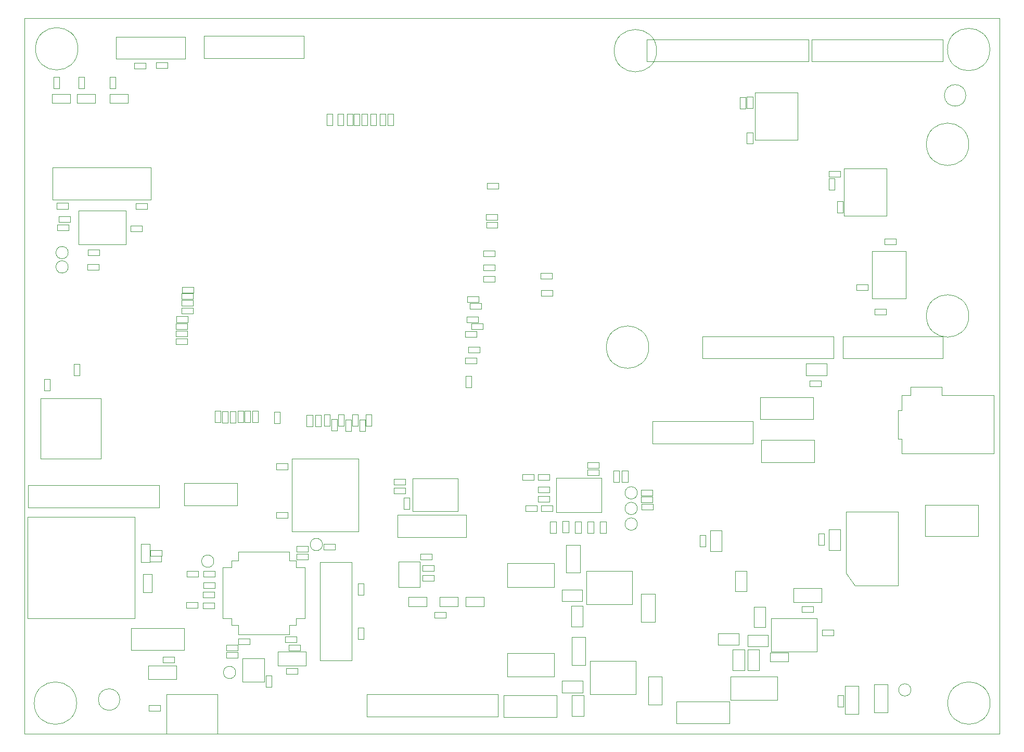
<source format=gbr>
G04 #@! TF.GenerationSoftware,KiCad,Pcbnew,5.1.6-c6e7f7d~87~ubuntu18.04.1*
G04 #@! TF.CreationDate,2020-08-07T17:50:15+05:30*
G04 #@! TF.ProjectId,Aardonyx,41617264-6f6e-4797-982e-6b696361645f,v1.0*
G04 #@! TF.SameCoordinates,Original*
G04 #@! TF.FileFunction,Other,User*
%FSLAX46Y46*%
G04 Gerber Fmt 4.6, Leading zero omitted, Abs format (unit mm)*
G04 Created by KiCad (PCBNEW 5.1.6-c6e7f7d~87~ubuntu18.04.1) date 2020-08-07 17:50:15*
%MOMM*%
%LPD*%
G01*
G04 APERTURE LIST*
G04 #@! TA.AperFunction,Profile*
%ADD10C,0.100000*%
G04 #@! TD*
%ADD11C,0.050000*%
G04 APERTURE END LIST*
D10*
X281706200Y-45680600D02*
X281706200Y-162210600D01*
X123106200Y-45680600D02*
X281706200Y-45680600D01*
X123106200Y-162210600D02*
X123106200Y-45680600D01*
X281706200Y-162210600D02*
X123106200Y-162210600D01*
D11*
X240218000Y-148512500D02*
X240218000Y-151872500D01*
X238318000Y-148512500D02*
X240218000Y-148512500D01*
X238318000Y-151872500D02*
X238318000Y-148512500D01*
X240218000Y-151872500D02*
X238318000Y-151872500D01*
X235937000Y-145862000D02*
X239297000Y-145862000D01*
X235937000Y-147762000D02*
X235937000Y-145862000D01*
X239297000Y-147762000D02*
X235937000Y-147762000D01*
X239297000Y-145862000D02*
X239297000Y-147762000D01*
X212029000Y-144760500D02*
X212029000Y-141400500D01*
X213929000Y-144760500D02*
X212029000Y-144760500D01*
X213929000Y-141400500D02*
X213929000Y-144760500D01*
X212029000Y-141400500D02*
X213929000Y-141400500D01*
X213848500Y-140650000D02*
X210488500Y-140650000D01*
X213848500Y-138750000D02*
X213848500Y-140650000D01*
X210488500Y-138750000D02*
X213848500Y-138750000D01*
X210488500Y-140650000D02*
X210488500Y-138750000D01*
X212156000Y-159335500D02*
X212156000Y-155975500D01*
X214056000Y-159335500D02*
X212156000Y-159335500D01*
X214056000Y-155975500D02*
X214056000Y-159335500D01*
X212156000Y-155975500D02*
X214056000Y-155975500D01*
X213897000Y-155509000D02*
X210537000Y-155509000D01*
X213897000Y-153609000D02*
X213897000Y-155509000D01*
X210537000Y-153609000D02*
X213897000Y-153609000D01*
X210537000Y-155509000D02*
X210537000Y-153609000D01*
X238699000Y-139045500D02*
X238699000Y-135685500D01*
X240599000Y-139045500D02*
X238699000Y-139045500D01*
X240599000Y-135685500D02*
X240599000Y-139045500D01*
X238699000Y-135685500D02*
X240599000Y-135685500D01*
X243647000Y-141527500D02*
X243647000Y-144887500D01*
X241747000Y-141527500D02*
X243647000Y-141527500D01*
X241747000Y-144887500D02*
X241747000Y-141527500D01*
X243647000Y-144887500D02*
X241747000Y-144887500D01*
X213464000Y-136008000D02*
X211224000Y-136008000D01*
X211224000Y-136008000D02*
X211224000Y-131448000D01*
X211224000Y-131448000D02*
X213464000Y-131448000D01*
X213464000Y-131448000D02*
X213464000Y-136008000D01*
X223416000Y-139455000D02*
X225656000Y-139455000D01*
X225656000Y-139455000D02*
X225656000Y-144015000D01*
X225656000Y-144015000D02*
X223416000Y-144015000D01*
X223416000Y-144015000D02*
X223416000Y-139455000D01*
X214353000Y-151000000D02*
X212113000Y-151000000D01*
X212113000Y-151000000D02*
X212113000Y-146440000D01*
X212113000Y-146440000D02*
X214353000Y-146440000D01*
X214353000Y-146440000D02*
X214353000Y-151000000D01*
X224559000Y-152917000D02*
X226799000Y-152917000D01*
X226799000Y-152917000D02*
X226799000Y-157477000D01*
X226799000Y-157477000D02*
X224559000Y-157477000D01*
X224559000Y-157477000D02*
X224559000Y-152917000D01*
X261312800Y-154181000D02*
X263552800Y-154181000D01*
X263552800Y-154181000D02*
X263552800Y-158741000D01*
X263552800Y-158741000D02*
X261312800Y-158741000D01*
X261312800Y-158741000D02*
X261312800Y-154181000D01*
X256563000Y-154435000D02*
X258803000Y-154435000D01*
X258803000Y-154435000D02*
X258803000Y-158995000D01*
X258803000Y-158995000D02*
X256563000Y-158995000D01*
X256563000Y-158995000D02*
X256563000Y-154435000D01*
X252774800Y-138529200D02*
X252774800Y-140769200D01*
X252774800Y-140769200D02*
X248214800Y-140769200D01*
X248214800Y-140769200D02*
X248214800Y-138529200D01*
X248214800Y-138529200D02*
X252774800Y-138529200D01*
X168853200Y-148841600D02*
X168853200Y-151081600D01*
X168853200Y-151081600D02*
X164293200Y-151081600D01*
X164293200Y-151081600D02*
X164293200Y-148841600D01*
X164293200Y-148841600D02*
X168853200Y-148841600D01*
X147760000Y-151080000D02*
X147760000Y-153320000D01*
X147760000Y-153320000D02*
X143200000Y-153320000D01*
X143200000Y-153320000D02*
X143200000Y-151080000D01*
X143200000Y-151080000D02*
X147760000Y-151080000D01*
X244392000Y-150463000D02*
X244392000Y-149003000D01*
X244392000Y-149003000D02*
X247352000Y-149003000D01*
X247352000Y-149003000D02*
X247352000Y-150463000D01*
X247352000Y-150463000D02*
X244392000Y-150463000D01*
X253594900Y-101970800D02*
X253594900Y-103870800D01*
X253594900Y-103870800D02*
X250234900Y-103870800D01*
X250234900Y-103870800D02*
X250234900Y-101970800D01*
X250234900Y-101970800D02*
X253594900Y-101970800D01*
X236535000Y-132490000D02*
X234635000Y-132490000D01*
X234635000Y-132490000D02*
X234635000Y-129130000D01*
X234635000Y-129130000D02*
X236535000Y-129130000D01*
X236535000Y-129130000D02*
X236535000Y-132490000D01*
X242631000Y-151872500D02*
X240731000Y-151872500D01*
X240731000Y-151872500D02*
X240731000Y-148512500D01*
X240731000Y-148512500D02*
X242631000Y-148512500D01*
X242631000Y-148512500D02*
X242631000Y-151872500D01*
X255839000Y-132284500D02*
X253939000Y-132284500D01*
X253939000Y-132284500D02*
X253939000Y-128924500D01*
X253939000Y-128924500D02*
X255839000Y-128924500D01*
X255839000Y-128924500D02*
X255839000Y-132284500D01*
X244074500Y-146116000D02*
X244074500Y-148016000D01*
X244074500Y-148016000D02*
X240714500Y-148016000D01*
X240714500Y-148016000D02*
X240714500Y-146116000D01*
X240714500Y-146116000D02*
X244074500Y-146116000D01*
X252669400Y-104711400D02*
X252669400Y-105651400D01*
X252669400Y-105651400D02*
X250809400Y-105651400D01*
X250809400Y-105651400D02*
X250809400Y-104711400D01*
X250809400Y-104711400D02*
X252669400Y-104711400D01*
X162344000Y-152740000D02*
X163284000Y-152740000D01*
X163284000Y-152740000D02*
X163284000Y-154600000D01*
X163284000Y-154600000D02*
X162344000Y-154600000D01*
X162344000Y-154600000D02*
X162344000Y-152740000D01*
X198188000Y-78605000D02*
X198188000Y-77665000D01*
X198188000Y-77665000D02*
X200048000Y-77665000D01*
X200048000Y-77665000D02*
X200048000Y-78605000D01*
X200048000Y-78605000D02*
X198188000Y-78605000D01*
X198211000Y-79875000D02*
X198211000Y-78935000D01*
X198211000Y-78935000D02*
X200071000Y-78935000D01*
X200071000Y-78935000D02*
X200071000Y-79875000D01*
X200071000Y-79875000D02*
X198211000Y-79875000D01*
X197772000Y-84531000D02*
X197772000Y-83591000D01*
X197772000Y-83591000D02*
X199632000Y-83591000D01*
X199632000Y-83591000D02*
X199632000Y-84531000D01*
X199632000Y-84531000D02*
X197772000Y-84531000D01*
X197747000Y-86761000D02*
X197747000Y-85821000D01*
X197747000Y-85821000D02*
X199607000Y-85821000D01*
X199607000Y-85821000D02*
X199607000Y-86761000D01*
X199607000Y-86761000D02*
X197747000Y-86761000D01*
X197717000Y-88621000D02*
X197717000Y-87681000D01*
X197717000Y-87681000D02*
X199577000Y-87681000D01*
X199577000Y-87681000D02*
X199577000Y-88621000D01*
X199577000Y-88621000D02*
X197717000Y-88621000D01*
X170421200Y-110347400D02*
X171361200Y-110347400D01*
X171361200Y-110347400D02*
X171361200Y-112207400D01*
X171361200Y-112207400D02*
X170421200Y-112207400D01*
X170421200Y-112207400D02*
X170421200Y-110347400D01*
X163672000Y-109791000D02*
X164612000Y-109791000D01*
X164612000Y-109791000D02*
X164612000Y-111651000D01*
X164612000Y-111651000D02*
X163672000Y-111651000D01*
X163672000Y-111651000D02*
X163672000Y-109791000D01*
X168998800Y-110316000D02*
X169938800Y-110316000D01*
X169938800Y-110316000D02*
X169938800Y-112176000D01*
X169938800Y-112176000D02*
X168998800Y-112176000D01*
X168998800Y-112176000D02*
X168998800Y-110316000D01*
X198302000Y-73511000D02*
X198302000Y-72571000D01*
X198302000Y-72571000D02*
X200162000Y-72571000D01*
X200162000Y-72571000D02*
X200162000Y-73511000D01*
X200162000Y-73511000D02*
X198302000Y-73511000D01*
X240442600Y-60456400D02*
X239502600Y-60456400D01*
X239502600Y-60456400D02*
X239502600Y-58596400D01*
X239502600Y-58596400D02*
X240442600Y-58596400D01*
X240442600Y-58596400D02*
X240442600Y-60456400D01*
X241566800Y-66157200D02*
X240626800Y-66157200D01*
X240626800Y-66157200D02*
X240626800Y-64297200D01*
X240626800Y-64297200D02*
X241566800Y-64297200D01*
X241566800Y-64297200D02*
X241566800Y-66157200D01*
X253987200Y-71764800D02*
X254927200Y-71764800D01*
X254927200Y-71764800D02*
X254927200Y-73624800D01*
X254927200Y-73624800D02*
X253987200Y-73624800D01*
X253987200Y-73624800D02*
X253987200Y-71764800D01*
X255282600Y-75498600D02*
X256222600Y-75498600D01*
X256222600Y-75498600D02*
X256222600Y-77358600D01*
X256222600Y-77358600D02*
X255282600Y-77358600D01*
X255282600Y-77358600D02*
X255282600Y-75498600D01*
X263025000Y-82580000D02*
X263025000Y-81640000D01*
X263025000Y-81640000D02*
X264885000Y-81640000D01*
X264885000Y-81640000D02*
X264885000Y-82580000D01*
X264885000Y-82580000D02*
X263025000Y-82580000D01*
X261452000Y-93992800D02*
X261452000Y-93052800D01*
X261452000Y-93052800D02*
X263312000Y-93052800D01*
X263312000Y-93052800D02*
X263312000Y-93992800D01*
X263312000Y-93992800D02*
X261452000Y-93992800D01*
X185722000Y-125626000D02*
X184782000Y-125626000D01*
X184782000Y-125626000D02*
X184782000Y-123766000D01*
X184782000Y-123766000D02*
X185722000Y-123766000D01*
X185722000Y-123766000D02*
X185722000Y-125626000D01*
X255435000Y-155938000D02*
X256375000Y-155938000D01*
X256375000Y-155938000D02*
X256375000Y-157798000D01*
X256375000Y-157798000D02*
X255435000Y-157798000D01*
X255435000Y-157798000D02*
X255435000Y-155938000D01*
X233896000Y-131717000D02*
X232956000Y-131717000D01*
X232956000Y-131717000D02*
X232956000Y-129857000D01*
X232956000Y-129857000D02*
X233896000Y-129857000D01*
X233896000Y-129857000D02*
X233896000Y-131717000D01*
X252866800Y-146215200D02*
X252866800Y-145275200D01*
X252866800Y-145275200D02*
X254726800Y-145275200D01*
X254726800Y-145275200D02*
X254726800Y-146215200D01*
X254726800Y-146215200D02*
X252866800Y-146215200D01*
X253200000Y-131463000D02*
X252260000Y-131463000D01*
X252260000Y-131463000D02*
X252260000Y-129603000D01*
X252260000Y-129603000D02*
X253200000Y-129603000D01*
X253200000Y-129603000D02*
X253200000Y-131463000D01*
X251424800Y-141465200D02*
X251424800Y-142405200D01*
X251424800Y-142405200D02*
X249564800Y-142405200D01*
X249564800Y-142405200D02*
X249564800Y-141465200D01*
X249564800Y-141465200D02*
X251424800Y-141465200D01*
X208905200Y-87160000D02*
X208905200Y-88100000D01*
X208905200Y-88100000D02*
X207045200Y-88100000D01*
X207045200Y-88100000D02*
X207045200Y-87160000D01*
X207045200Y-87160000D02*
X208905200Y-87160000D01*
X209034600Y-89954000D02*
X209034600Y-90894000D01*
X209034600Y-90894000D02*
X207174600Y-90894000D01*
X207174600Y-90894000D02*
X207174600Y-89954000D01*
X207174600Y-89954000D02*
X209034600Y-89954000D01*
X165463000Y-147282000D02*
X165463000Y-146342000D01*
X165463000Y-146342000D02*
X167323000Y-146342000D01*
X167323000Y-146342000D02*
X167323000Y-147282000D01*
X167323000Y-147282000D02*
X165463000Y-147282000D01*
X167912000Y-147739000D02*
X167912000Y-148679000D01*
X167912000Y-148679000D02*
X166052000Y-148679000D01*
X166052000Y-148679000D02*
X166052000Y-147739000D01*
X166052000Y-147739000D02*
X167912000Y-147739000D01*
X177330000Y-137754000D02*
X178270000Y-137754000D01*
X178270000Y-137754000D02*
X178270000Y-139614000D01*
X178270000Y-139614000D02*
X177330000Y-139614000D01*
X177330000Y-139614000D02*
X177330000Y-137754000D01*
X178270000Y-146830000D02*
X177330000Y-146830000D01*
X177330000Y-146830000D02*
X177330000Y-144970000D01*
X177330000Y-144970000D02*
X178270000Y-144970000D01*
X178270000Y-144970000D02*
X178270000Y-146830000D01*
X216525200Y-119189400D02*
X216525200Y-120129400D01*
X216525200Y-120129400D02*
X214665200Y-120129400D01*
X214665200Y-120129400D02*
X214665200Y-119189400D01*
X214665200Y-119189400D02*
X216525200Y-119189400D01*
X216522800Y-118046400D02*
X216522800Y-118986400D01*
X216522800Y-118986400D02*
X214662800Y-118986400D01*
X214662800Y-118986400D02*
X214662800Y-118046400D01*
X214662800Y-118046400D02*
X216522800Y-118046400D01*
X208622800Y-127644800D02*
X209562800Y-127644800D01*
X209562800Y-127644800D02*
X209562800Y-129504800D01*
X209562800Y-129504800D02*
X208622800Y-129504800D01*
X208622800Y-129504800D02*
X208622800Y-127644800D01*
X210654800Y-127621800D02*
X211594800Y-127621800D01*
X211594800Y-127621800D02*
X211594800Y-129481800D01*
X211594800Y-129481800D02*
X210654800Y-129481800D01*
X210654800Y-129481800D02*
X210654800Y-127621800D01*
X212686800Y-127644800D02*
X213626800Y-127644800D01*
X213626800Y-127644800D02*
X213626800Y-129504800D01*
X213626800Y-129504800D02*
X212686800Y-129504800D01*
X212686800Y-129504800D02*
X212686800Y-127644800D01*
X214718800Y-127667800D02*
X215658800Y-127667800D01*
X215658800Y-127667800D02*
X215658800Y-129527800D01*
X215658800Y-129527800D02*
X214718800Y-129527800D01*
X214718800Y-129527800D02*
X214718800Y-127667800D01*
X216750800Y-127667800D02*
X217690800Y-127667800D01*
X217690800Y-127667800D02*
X217690800Y-129527800D01*
X217690800Y-129527800D02*
X216750800Y-129527800D01*
X216750800Y-129527800D02*
X216750800Y-127667800D01*
X159703000Y-146723000D02*
X159703000Y-147663000D01*
X159703000Y-147663000D02*
X157843000Y-147663000D01*
X157843000Y-147663000D02*
X157843000Y-146723000D01*
X157843000Y-146723000D02*
X159703000Y-146723000D01*
X130139800Y-75806200D02*
X130139800Y-76746200D01*
X130139800Y-76746200D02*
X128279800Y-76746200D01*
X128279800Y-76746200D02*
X128279800Y-75806200D01*
X128279800Y-75806200D02*
X130139800Y-75806200D01*
X141155200Y-76797000D02*
X141155200Y-75857000D01*
X141155200Y-75857000D02*
X143015200Y-75857000D01*
X143015200Y-75857000D02*
X143015200Y-76797000D01*
X143015200Y-76797000D02*
X141155200Y-76797000D01*
X174155000Y-110218000D02*
X175095000Y-110218000D01*
X175095000Y-110218000D02*
X175095000Y-112078000D01*
X175095000Y-112078000D02*
X174155000Y-112078000D01*
X174155000Y-112078000D02*
X174155000Y-110218000D01*
X126281200Y-104464400D02*
X127221200Y-104464400D01*
X127221200Y-104464400D02*
X127221200Y-106324400D01*
X127221200Y-106324400D02*
X126281200Y-106324400D01*
X126281200Y-106324400D02*
X126281200Y-104464400D01*
X196614000Y-101003000D02*
X196614000Y-101943000D01*
X196614000Y-101943000D02*
X194754000Y-101943000D01*
X194754000Y-101943000D02*
X194754000Y-101003000D01*
X194754000Y-101003000D02*
X196614000Y-101003000D01*
X197122000Y-99225000D02*
X197122000Y-100165000D01*
X197122000Y-100165000D02*
X195262000Y-100165000D01*
X195262000Y-100165000D02*
X195262000Y-99225000D01*
X195262000Y-99225000D02*
X197122000Y-99225000D01*
X197630000Y-95415000D02*
X197630000Y-96355000D01*
X197630000Y-96355000D02*
X195770000Y-96355000D01*
X195770000Y-96355000D02*
X195770000Y-95415000D01*
X195770000Y-95415000D02*
X197630000Y-95415000D01*
X196614000Y-96685000D02*
X196614000Y-97625000D01*
X196614000Y-97625000D02*
X194754000Y-97625000D01*
X194754000Y-97625000D02*
X194754000Y-96685000D01*
X194754000Y-96685000D02*
X196614000Y-96685000D01*
X196868000Y-94272000D02*
X196868000Y-95212000D01*
X196868000Y-95212000D02*
X195008000Y-95212000D01*
X195008000Y-95212000D02*
X195008000Y-94272000D01*
X195008000Y-94272000D02*
X196868000Y-94272000D01*
X197399000Y-92113000D02*
X197399000Y-93053000D01*
X197399000Y-93053000D02*
X195539000Y-93053000D01*
X195539000Y-93053000D02*
X195539000Y-92113000D01*
X195539000Y-92113000D02*
X197399000Y-92113000D01*
X197018000Y-90970000D02*
X197018000Y-91910000D01*
X197018000Y-91910000D02*
X195158000Y-91910000D01*
X195158000Y-91910000D02*
X195158000Y-90970000D01*
X195158000Y-90970000D02*
X197018000Y-90970000D01*
X154957000Y-111503000D02*
X154017000Y-111503000D01*
X154017000Y-111503000D02*
X154017000Y-109643000D01*
X154017000Y-109643000D02*
X154957000Y-109643000D01*
X154957000Y-109643000D02*
X154957000Y-111503000D01*
X159855000Y-111496000D02*
X158915000Y-111496000D01*
X158915000Y-111496000D02*
X158915000Y-109636000D01*
X158915000Y-109636000D02*
X159855000Y-109636000D01*
X159855000Y-109636000D02*
X159855000Y-111496000D01*
X156172000Y-111586000D02*
X155232000Y-111586000D01*
X155232000Y-111586000D02*
X155232000Y-109726000D01*
X155232000Y-109726000D02*
X156172000Y-109726000D01*
X156172000Y-109726000D02*
X156172000Y-111586000D01*
X157412000Y-111561000D02*
X156472000Y-111561000D01*
X156472000Y-111561000D02*
X156472000Y-109701000D01*
X156472000Y-109701000D02*
X157412000Y-109701000D01*
X157412000Y-109701000D02*
X157412000Y-111561000D01*
X161065000Y-111506000D02*
X160125000Y-111506000D01*
X160125000Y-111506000D02*
X160125000Y-109646000D01*
X160125000Y-109646000D02*
X161065000Y-109646000D01*
X161065000Y-109646000D02*
X161065000Y-111506000D01*
X158715000Y-111501000D02*
X157775000Y-111501000D01*
X157775000Y-111501000D02*
X157775000Y-109641000D01*
X157775000Y-109641000D02*
X158715000Y-109641000D01*
X158715000Y-109641000D02*
X158715000Y-111501000D01*
X178905000Y-63160000D02*
X177965000Y-63160000D01*
X177965000Y-63160000D02*
X177965000Y-61300000D01*
X177965000Y-61300000D02*
X178905000Y-61300000D01*
X178905000Y-61300000D02*
X178905000Y-63160000D01*
X180302000Y-63160000D02*
X179362000Y-63160000D01*
X179362000Y-63160000D02*
X179362000Y-61300000D01*
X179362000Y-61300000D02*
X180302000Y-61300000D01*
X180302000Y-61300000D02*
X180302000Y-63160000D01*
X181826000Y-63160000D02*
X180886000Y-63160000D01*
X180886000Y-63160000D02*
X180886000Y-61300000D01*
X180886000Y-61300000D02*
X181826000Y-61300000D01*
X181826000Y-61300000D02*
X181826000Y-63160000D01*
X183096000Y-63160000D02*
X182156000Y-63160000D01*
X182156000Y-63160000D02*
X182156000Y-61300000D01*
X182156000Y-61300000D02*
X183096000Y-61300000D01*
X183096000Y-61300000D02*
X183096000Y-63160000D01*
X174968000Y-63137000D02*
X174028000Y-63137000D01*
X174028000Y-63137000D02*
X174028000Y-61277000D01*
X174028000Y-61277000D02*
X174968000Y-61277000D01*
X174968000Y-61277000D02*
X174968000Y-63137000D01*
X173190000Y-63160000D02*
X172250000Y-63160000D01*
X172250000Y-63160000D02*
X172250000Y-61300000D01*
X172250000Y-61300000D02*
X173190000Y-61300000D01*
X173190000Y-61300000D02*
X173190000Y-63160000D01*
X176492000Y-63160000D02*
X175552000Y-63160000D01*
X175552000Y-63160000D02*
X175552000Y-61300000D01*
X175552000Y-61300000D02*
X176492000Y-61300000D01*
X176492000Y-61300000D02*
X176492000Y-63160000D01*
X171820000Y-110227000D02*
X172760000Y-110227000D01*
X172760000Y-110227000D02*
X172760000Y-112087000D01*
X172760000Y-112087000D02*
X171820000Y-112087000D01*
X171820000Y-112087000D02*
X171820000Y-110227000D01*
X173012000Y-110957000D02*
X173952000Y-110957000D01*
X173952000Y-110957000D02*
X173952000Y-112817000D01*
X173952000Y-112817000D02*
X173012000Y-112817000D01*
X173012000Y-112817000D02*
X173012000Y-110957000D01*
X175298000Y-111107000D02*
X176238000Y-111107000D01*
X176238000Y-111107000D02*
X176238000Y-112967000D01*
X176238000Y-112967000D02*
X175298000Y-112967000D01*
X175298000Y-112967000D02*
X175298000Y-111107000D01*
X176441000Y-110227000D02*
X177381000Y-110227000D01*
X177381000Y-110227000D02*
X177381000Y-112087000D01*
X177381000Y-112087000D02*
X176441000Y-112087000D01*
X176441000Y-112087000D02*
X176441000Y-110227000D01*
X177584000Y-111107000D02*
X178524000Y-111107000D01*
X178524000Y-111107000D02*
X178524000Y-112967000D01*
X178524000Y-112967000D02*
X177584000Y-112967000D01*
X177584000Y-112967000D02*
X177584000Y-111107000D01*
X178600000Y-110227000D02*
X179540000Y-110227000D01*
X179540000Y-110227000D02*
X179540000Y-112087000D01*
X179540000Y-112087000D02*
X178600000Y-112087000D01*
X178600000Y-112087000D02*
X178600000Y-110227000D01*
X150512000Y-91621000D02*
X150512000Y-92561000D01*
X150512000Y-92561000D02*
X148652000Y-92561000D01*
X148652000Y-92561000D02*
X148652000Y-91621000D01*
X148652000Y-91621000D02*
X150512000Y-91621000D01*
X150502000Y-92901000D02*
X150502000Y-93841000D01*
X150502000Y-93841000D02*
X148642000Y-93841000D01*
X148642000Y-93841000D02*
X148642000Y-92901000D01*
X148642000Y-92901000D02*
X150502000Y-92901000D01*
X150552000Y-89511000D02*
X150552000Y-90451000D01*
X150552000Y-90451000D02*
X148692000Y-90451000D01*
X148692000Y-90451000D02*
X148692000Y-89511000D01*
X148692000Y-89511000D02*
X150552000Y-89511000D01*
X150512000Y-90531000D02*
X150512000Y-91471000D01*
X150512000Y-91471000D02*
X148652000Y-91471000D01*
X148652000Y-91471000D02*
X148652000Y-90531000D01*
X148652000Y-90531000D02*
X150512000Y-90531000D01*
X149613000Y-94264000D02*
X149613000Y-95204000D01*
X149613000Y-95204000D02*
X147753000Y-95204000D01*
X147753000Y-95204000D02*
X147753000Y-94264000D01*
X147753000Y-94264000D02*
X149613000Y-94264000D01*
X149558000Y-95414000D02*
X149558000Y-96354000D01*
X149558000Y-96354000D02*
X147698000Y-96354000D01*
X147698000Y-96354000D02*
X147698000Y-95414000D01*
X147698000Y-95414000D02*
X149558000Y-95414000D01*
X149578000Y-96594000D02*
X149578000Y-97534000D01*
X149578000Y-97534000D02*
X147718000Y-97534000D01*
X147718000Y-97534000D02*
X147718000Y-96594000D01*
X147718000Y-96594000D02*
X149578000Y-96594000D01*
X149528000Y-97884000D02*
X149528000Y-98824000D01*
X149528000Y-98824000D02*
X147668000Y-98824000D01*
X147668000Y-98824000D02*
X147668000Y-97884000D01*
X147668000Y-97884000D02*
X149528000Y-97884000D01*
X157752000Y-147739000D02*
X157752000Y-148679000D01*
X157752000Y-148679000D02*
X155892000Y-148679000D01*
X155892000Y-148679000D02*
X155892000Y-147739000D01*
X155892000Y-147739000D02*
X157752000Y-147739000D01*
X155915000Y-149822000D02*
X155915000Y-148882000D01*
X155915000Y-148882000D02*
X157775000Y-148882000D01*
X157775000Y-148882000D02*
X157775000Y-149822000D01*
X157775000Y-149822000D02*
X155915000Y-149822000D01*
X167345000Y-133845400D02*
X167345000Y-132905400D01*
X167345000Y-132905400D02*
X169205000Y-132905400D01*
X169205000Y-132905400D02*
X169205000Y-133845400D01*
X169205000Y-133845400D02*
X167345000Y-133845400D01*
X132042000Y-103850800D02*
X131102000Y-103850800D01*
X131102000Y-103850800D02*
X131102000Y-101990800D01*
X131102000Y-101990800D02*
X132042000Y-101990800D01*
X132042000Y-101990800D02*
X132042000Y-103850800D01*
X127826000Y-55321200D02*
X128766000Y-55321200D01*
X128766000Y-55321200D02*
X128766000Y-57181200D01*
X128766000Y-57181200D02*
X127826000Y-57181200D01*
X127826000Y-57181200D02*
X127826000Y-55321200D01*
X131890000Y-55321200D02*
X132830000Y-55321200D01*
X132830000Y-55321200D02*
X132830000Y-57181200D01*
X132830000Y-57181200D02*
X131890000Y-57181200D01*
X131890000Y-57181200D02*
X131890000Y-55321200D01*
X136970000Y-55321200D02*
X137910000Y-55321200D01*
X137910000Y-55321200D02*
X137910000Y-57181200D01*
X137910000Y-57181200D02*
X136970000Y-57181200D01*
X136970000Y-57181200D02*
X136970000Y-55321200D01*
X145363000Y-133278000D02*
X145363000Y-134218000D01*
X145363000Y-134218000D02*
X143503000Y-134218000D01*
X143503000Y-134218000D02*
X143503000Y-133278000D01*
X143503000Y-133278000D02*
X145363000Y-133278000D01*
X145390000Y-132290000D02*
X145390000Y-133230000D01*
X145390000Y-133230000D02*
X143530000Y-133230000D01*
X143530000Y-133230000D02*
X143530000Y-132290000D01*
X143530000Y-132290000D02*
X145390000Y-132290000D01*
X241558600Y-60399000D02*
X240618600Y-60399000D01*
X240618600Y-60399000D02*
X240618600Y-58539000D01*
X240618600Y-58539000D02*
X241558600Y-58539000D01*
X241558600Y-58539000D02*
X241558600Y-60399000D01*
X133334400Y-86677600D02*
X133334400Y-85737600D01*
X133334400Y-85737600D02*
X135194400Y-85737600D01*
X135194400Y-85737600D02*
X135194400Y-86677600D01*
X135194400Y-86677600D02*
X133334400Y-86677600D01*
X133385200Y-84340800D02*
X133385200Y-83400800D01*
X133385200Y-83400800D02*
X135245200Y-83400800D01*
X135245200Y-83400800D02*
X135245200Y-84340800D01*
X135245200Y-84340800D02*
X133385200Y-84340800D01*
X142232600Y-79489200D02*
X142232600Y-80429200D01*
X142232600Y-80429200D02*
X140372600Y-80429200D01*
X140372600Y-80429200D02*
X140372600Y-79489200D01*
X140372600Y-79489200D02*
X142232600Y-79489200D01*
X128406800Y-80226000D02*
X128406800Y-79286000D01*
X128406800Y-79286000D02*
X130266800Y-79286000D01*
X130266800Y-79286000D02*
X130266800Y-80226000D01*
X130266800Y-80226000D02*
X128406800Y-80226000D01*
X146319600Y-52870000D02*
X146319600Y-53810000D01*
X146319600Y-53810000D02*
X144459600Y-53810000D01*
X144459600Y-53810000D02*
X144459600Y-52870000D01*
X144459600Y-52870000D02*
X146319600Y-52870000D01*
X140903600Y-53911600D02*
X140903600Y-52971600D01*
X140903600Y-52971600D02*
X142763600Y-52971600D01*
X142763600Y-52971600D02*
X142763600Y-53911600D01*
X142763600Y-53911600D02*
X140903600Y-53911600D01*
X151298000Y-140754000D02*
X151298000Y-141694000D01*
X151298000Y-141694000D02*
X149438000Y-141694000D01*
X149438000Y-141694000D02*
X149438000Y-140754000D01*
X149438000Y-140754000D02*
X151298000Y-140754000D01*
X153965000Y-140870000D02*
X153965000Y-141810000D01*
X153965000Y-141810000D02*
X152105000Y-141810000D01*
X152105000Y-141810000D02*
X152105000Y-140870000D01*
X152105000Y-140870000D02*
X153965000Y-140870000D01*
X151320000Y-135710000D02*
X151320000Y-136650000D01*
X151320000Y-136650000D02*
X149460000Y-136650000D01*
X149460000Y-136650000D02*
X149460000Y-135710000D01*
X149460000Y-135710000D02*
X151320000Y-135710000D01*
X154040000Y-135710000D02*
X154040000Y-136650000D01*
X154040000Y-136650000D02*
X152180000Y-136650000D01*
X152180000Y-136650000D02*
X152180000Y-135710000D01*
X152180000Y-135710000D02*
X154040000Y-135710000D01*
X153980000Y-139100000D02*
X153980000Y-140040000D01*
X153980000Y-140040000D02*
X152120000Y-140040000D01*
X152120000Y-140040000D02*
X152120000Y-139100000D01*
X152120000Y-139100000D02*
X153980000Y-139100000D01*
X154040000Y-137570000D02*
X154040000Y-138510000D01*
X154040000Y-138510000D02*
X152180000Y-138510000D01*
X152180000Y-138510000D02*
X152180000Y-137570000D01*
X152180000Y-137570000D02*
X154040000Y-137570000D01*
X167345000Y-132575400D02*
X167345000Y-131635400D01*
X167345000Y-131635400D02*
X169205000Y-131635400D01*
X169205000Y-131635400D02*
X169205000Y-132575400D01*
X169205000Y-132575400D02*
X167345000Y-132575400D01*
X189702800Y-136359800D02*
X189702800Y-137299800D01*
X189702800Y-137299800D02*
X187842800Y-137299800D01*
X187842800Y-137299800D02*
X187842800Y-136359800D01*
X187842800Y-136359800D02*
X189702800Y-136359800D01*
X189824000Y-143345000D02*
X189824000Y-142405000D01*
X189824000Y-142405000D02*
X191684000Y-142405000D01*
X191684000Y-142405000D02*
X191684000Y-143345000D01*
X191684000Y-143345000D02*
X189824000Y-143345000D01*
X164070800Y-127089000D02*
X164070800Y-126149000D01*
X164070800Y-126149000D02*
X165930800Y-126149000D01*
X165930800Y-126149000D02*
X165930800Y-127089000D01*
X165930800Y-127089000D02*
X164070800Y-127089000D01*
X183207000Y-121631000D02*
X183207000Y-120691000D01*
X183207000Y-120691000D02*
X185067000Y-120691000D01*
X185067000Y-120691000D02*
X185067000Y-121631000D01*
X185067000Y-121631000D02*
X183207000Y-121631000D01*
X183194600Y-123101200D02*
X183194600Y-122161200D01*
X183194600Y-122161200D02*
X185054600Y-122161200D01*
X185054600Y-122161200D02*
X185054600Y-123101200D01*
X185054600Y-123101200D02*
X183194600Y-123101200D01*
X260312400Y-89065000D02*
X260312400Y-90005000D01*
X260312400Y-90005000D02*
X258452400Y-90005000D01*
X258452400Y-90005000D02*
X258452400Y-89065000D01*
X258452400Y-89065000D02*
X260312400Y-89065000D01*
X204075800Y-120916800D02*
X204075800Y-119976800D01*
X204075800Y-119976800D02*
X205935800Y-119976800D01*
X205935800Y-119976800D02*
X205935800Y-120916800D01*
X205935800Y-120916800D02*
X204075800Y-120916800D01*
X206661800Y-120916800D02*
X206661800Y-119976800D01*
X206661800Y-119976800D02*
X208521800Y-119976800D01*
X208521800Y-119976800D02*
X208521800Y-120916800D01*
X208521800Y-120916800D02*
X206661800Y-120916800D01*
X206661800Y-124472800D02*
X206661800Y-123532800D01*
X206661800Y-123532800D02*
X208521800Y-123532800D01*
X208521800Y-123532800D02*
X208521800Y-124472800D01*
X208521800Y-124472800D02*
X206661800Y-124472800D01*
X208498800Y-122008800D02*
X208498800Y-122948800D01*
X208498800Y-122948800D02*
X206638800Y-122948800D01*
X206638800Y-122948800D02*
X206638800Y-122008800D01*
X206638800Y-122008800D02*
X208498800Y-122008800D01*
X204606800Y-125996800D02*
X204606800Y-125056800D01*
X204606800Y-125056800D02*
X206466800Y-125056800D01*
X206466800Y-125056800D02*
X206466800Y-125996800D01*
X206466800Y-125996800D02*
X204606800Y-125996800D01*
X207169800Y-125996800D02*
X207169800Y-125056800D01*
X207169800Y-125056800D02*
X209029800Y-125056800D01*
X209029800Y-125056800D02*
X209029800Y-125996800D01*
X209029800Y-125996800D02*
X207169800Y-125996800D01*
X218935200Y-119389800D02*
X219875200Y-119389800D01*
X219875200Y-119389800D02*
X219875200Y-121249800D01*
X219875200Y-121249800D02*
X218935200Y-121249800D01*
X218935200Y-121249800D02*
X218935200Y-119389800D01*
X220306800Y-119339000D02*
X221246800Y-119339000D01*
X221246800Y-119339000D02*
X221246800Y-121199000D01*
X221246800Y-121199000D02*
X220306800Y-121199000D01*
X220306800Y-121199000D02*
X220306800Y-119339000D01*
X225285800Y-122516800D02*
X225285800Y-123456800D01*
X225285800Y-123456800D02*
X223425800Y-123456800D01*
X223425800Y-123456800D02*
X223425800Y-122516800D01*
X223425800Y-122516800D02*
X225285800Y-122516800D01*
X225288200Y-123609000D02*
X225288200Y-124549000D01*
X225288200Y-124549000D02*
X223428200Y-124549000D01*
X223428200Y-124549000D02*
X223428200Y-123609000D01*
X223428200Y-123609000D02*
X225288200Y-123609000D01*
X225313600Y-124777400D02*
X225313600Y-125717400D01*
X225313600Y-125717400D02*
X223453600Y-125717400D01*
X223453600Y-125717400D02*
X223453600Y-124777400D01*
X223453600Y-124777400D02*
X225313600Y-124777400D01*
X189321800Y-132880000D02*
X189321800Y-133820000D01*
X189321800Y-133820000D02*
X187461800Y-133820000D01*
X187461800Y-133820000D02*
X187461800Y-132880000D01*
X187461800Y-132880000D02*
X189321800Y-132880000D01*
X187842800Y-135725000D02*
X187842800Y-134785000D01*
X187842800Y-134785000D02*
X189702800Y-134785000D01*
X189702800Y-134785000D02*
X189702800Y-135725000D01*
X189702800Y-135725000D02*
X187842800Y-135725000D01*
X165880000Y-118224200D02*
X165880000Y-119164200D01*
X165880000Y-119164200D02*
X164020000Y-119164200D01*
X164020000Y-119164200D02*
X164020000Y-118224200D01*
X164020000Y-118224200D02*
X165880000Y-118224200D01*
X253984400Y-71564600D02*
X253984400Y-70624600D01*
X253984400Y-70624600D02*
X255844400Y-70624600D01*
X255844400Y-70624600D02*
X255844400Y-71564600D01*
X255844400Y-71564600D02*
X253984400Y-71564600D01*
X195796000Y-105832000D02*
X194856000Y-105832000D01*
X194856000Y-105832000D02*
X194856000Y-103972000D01*
X194856000Y-103972000D02*
X195796000Y-103972000D01*
X195796000Y-103972000D02*
X195796000Y-105832000D01*
X177635000Y-63137000D02*
X176695000Y-63137000D01*
X176695000Y-63137000D02*
X176695000Y-61277000D01*
X176695000Y-61277000D02*
X177635000Y-61277000D01*
X177635000Y-61277000D02*
X177635000Y-63137000D01*
X128637800Y-78930600D02*
X128637800Y-77990600D01*
X128637800Y-77990600D02*
X130497800Y-77990600D01*
X130497800Y-77990600D02*
X130497800Y-78930600D01*
X130497800Y-78930600D02*
X128637800Y-78930600D01*
X143636000Y-75244000D02*
X143636000Y-70044000D01*
X143636000Y-70044000D02*
X127636000Y-70044000D01*
X127636000Y-70044000D02*
X127636000Y-75244000D01*
X127636000Y-75244000D02*
X143636000Y-75244000D01*
X171136000Y-150240000D02*
X176336000Y-150240000D01*
X176336000Y-150240000D02*
X176336000Y-134240000D01*
X176336000Y-134240000D02*
X171136000Y-134240000D01*
X171136000Y-134240000D02*
X171136000Y-150240000D01*
X256735000Y-136055000D02*
X258165000Y-138065000D01*
X258165000Y-138065000D02*
X265235000Y-138055000D01*
X256735000Y-136055000D02*
X256735000Y-126055000D01*
X256735000Y-126055000D02*
X265235000Y-126055000D01*
X265235000Y-126055000D02*
X265235000Y-138055000D01*
X278299600Y-130048000D02*
X269634600Y-130037840D01*
X278299600Y-130048000D02*
X278297640Y-124968000D01*
X269646400Y-124957840D02*
X269634600Y-130037840D01*
X269646400Y-124957840D02*
X278297640Y-124968000D01*
X183747000Y-126597000D02*
X183747000Y-130197000D01*
X194947000Y-126597000D02*
X183747000Y-126597000D01*
X194947000Y-130197000D02*
X194947000Y-126597000D01*
X183747000Y-130197000D02*
X194947000Y-130197000D01*
X265216200Y-114170600D02*
X265816200Y-114170600D01*
X265216200Y-109570600D02*
X265216200Y-114170600D01*
X265816200Y-109570600D02*
X265216200Y-109570600D01*
X265816200Y-109570600D02*
X265816200Y-107070600D01*
X265816200Y-116570600D02*
X265816200Y-114170600D01*
X280766200Y-116570600D02*
X265816200Y-116570600D01*
X280766200Y-107070600D02*
X280766200Y-116570600D01*
X272316200Y-107070600D02*
X280766200Y-107070600D01*
X272316200Y-105720600D02*
X272316200Y-107070600D01*
X267216200Y-105720600D02*
X272316200Y-105720600D01*
X267216200Y-107070600D02*
X267216200Y-105720600D01*
X265816200Y-107070600D02*
X267216200Y-107070600D01*
X224658600Y-99263200D02*
G75*
G03*
X224658600Y-99263200I-3450000J0D01*
G01*
X214519200Y-141130800D02*
X221919200Y-141130800D01*
X214519200Y-135730800D02*
X214519200Y-141130800D01*
X221919200Y-135730800D02*
X214519200Y-135730800D01*
X221919200Y-141130800D02*
X221919200Y-135730800D01*
X215139000Y-155758200D02*
X222539000Y-155758200D01*
X215139000Y-150358200D02*
X215139000Y-155758200D01*
X222539000Y-150358200D02*
X215139000Y-150358200D01*
X222539000Y-155758200D02*
X222539000Y-150358200D01*
X241914800Y-57821200D02*
X241914800Y-65521200D01*
X248914800Y-57821200D02*
X241914800Y-57821200D01*
X248914800Y-65521200D02*
X248914800Y-57821200D01*
X241914800Y-65521200D02*
X248914800Y-65521200D01*
X256378400Y-70198700D02*
X256378400Y-77898700D01*
X263378400Y-70198700D02*
X256378400Y-70198700D01*
X263378400Y-77898700D02*
X263378400Y-70198700D01*
X256378400Y-77898700D02*
X263378400Y-77898700D01*
X261005000Y-83635000D02*
X261005000Y-91335000D01*
X266505000Y-83635000D02*
X261005000Y-83635000D01*
X266505000Y-91335000D02*
X266505000Y-83635000D01*
X261005000Y-91335000D02*
X266505000Y-91335000D01*
X193616800Y-126017200D02*
X193616800Y-120617200D01*
X193616800Y-120617200D02*
X186216800Y-120617200D01*
X186216800Y-120617200D02*
X186216800Y-126017200D01*
X186216800Y-126017200D02*
X193616800Y-126017200D01*
X251973800Y-143426200D02*
X244573800Y-143426200D01*
X251973800Y-148826200D02*
X251973800Y-143426200D01*
X244573800Y-148826200D02*
X251973800Y-148826200D01*
X244573800Y-143426200D02*
X244573800Y-148826200D01*
X131836800Y-77006000D02*
X131836800Y-82506000D01*
X131836800Y-82506000D02*
X139536800Y-82506000D01*
X139536800Y-82506000D02*
X139536800Y-77006000D01*
X139536800Y-77006000D02*
X131836800Y-77006000D01*
X125671200Y-117446400D02*
X135471200Y-117446400D01*
X125671200Y-107596400D02*
X125671200Y-117446400D01*
X135471200Y-107596400D02*
X125671200Y-107596400D01*
X135471200Y-117446400D02*
X135471200Y-107596400D01*
X183974000Y-138321000D02*
X183974000Y-134221000D01*
X183974000Y-138321000D02*
X187374000Y-138321000D01*
X187374000Y-134221000D02*
X183974000Y-134221000D01*
X187374000Y-134221000D02*
X187374000Y-138321000D01*
X209250800Y-138318000D02*
X201610800Y-138318000D01*
X209250800Y-134478000D02*
X209250800Y-138318000D01*
X201610800Y-134478000D02*
X209250800Y-134478000D01*
X201610800Y-138318000D02*
X201610800Y-134478000D01*
X209285000Y-152923000D02*
X201645000Y-152923000D01*
X209285000Y-149083000D02*
X209285000Y-152923000D01*
X201645000Y-149083000D02*
X209285000Y-149083000D01*
X201645000Y-152923000D02*
X201645000Y-149083000D01*
X242929000Y-114405000D02*
X242929000Y-118005000D01*
X251579000Y-114405000D02*
X242929000Y-114405000D01*
X251579000Y-118005000D02*
X251579000Y-114405000D01*
X242929000Y-118005000D02*
X251579000Y-118005000D01*
X140440000Y-145012000D02*
X140440000Y-148612000D01*
X149090000Y-145012000D02*
X140440000Y-145012000D01*
X149090000Y-148612000D02*
X149090000Y-145012000D01*
X140440000Y-148612000D02*
X149090000Y-148612000D01*
X154460000Y-162210000D02*
X146190000Y-162210000D01*
X154460000Y-162210000D02*
X154460000Y-155750000D01*
X146190000Y-155750000D02*
X146190000Y-162210000D01*
X146190000Y-155750000D02*
X154460000Y-155750000D01*
X272540000Y-49200000D02*
X272540000Y-52750000D01*
X272540000Y-52750000D02*
X251190000Y-52750000D01*
X251190000Y-52750000D02*
X251190000Y-49200000D01*
X251190000Y-49200000D02*
X272540000Y-49200000D01*
X224296000Y-49200000D02*
X250696000Y-49200000D01*
X224296000Y-52750000D02*
X224296000Y-49200000D01*
X250696000Y-52750000D02*
X224296000Y-52750000D01*
X250696000Y-49200000D02*
X250696000Y-52750000D01*
X272488600Y-101063200D02*
X256238600Y-101063200D01*
X272488600Y-97513200D02*
X272488600Y-101063200D01*
X256238600Y-97513200D02*
X272488600Y-97513200D01*
X256238600Y-101063200D02*
X256238600Y-97513200D01*
X254728600Y-101063200D02*
X233378600Y-101063200D01*
X254728600Y-97513200D02*
X254728600Y-101063200D01*
X233378600Y-97513200D02*
X254728600Y-97513200D01*
X233378600Y-101063200D02*
X233378600Y-97513200D01*
X242802000Y-107420000D02*
X242802000Y-111020000D01*
X251452000Y-107420000D02*
X242802000Y-107420000D01*
X251452000Y-111020000D02*
X251452000Y-107420000D01*
X242802000Y-111020000D02*
X251452000Y-111020000D01*
X178794000Y-155807000D02*
X178794000Y-159407000D01*
X200144000Y-155807000D02*
X178794000Y-155807000D01*
X200144000Y-159407000D02*
X200144000Y-155807000D01*
X178794000Y-159407000D02*
X200144000Y-159407000D01*
X201019000Y-155934000D02*
X201019000Y-159534000D01*
X209669000Y-155934000D02*
X201019000Y-155934000D01*
X209669000Y-159534000D02*
X209669000Y-155934000D01*
X201019000Y-159534000D02*
X209669000Y-159534000D01*
X229162200Y-156924600D02*
X229162200Y-160524600D01*
X237812200Y-156924600D02*
X229162200Y-156924600D01*
X237812200Y-160524600D02*
X237812200Y-156924600D01*
X229162200Y-160524600D02*
X237812200Y-160524600D01*
X138001600Y-48740000D02*
X138001600Y-52340000D01*
X149201600Y-48740000D02*
X138001600Y-48740000D01*
X149201600Y-52340000D02*
X149201600Y-48740000D01*
X138001600Y-52340000D02*
X149201600Y-52340000D01*
X149050600Y-121415400D02*
X149050600Y-125015400D01*
X157700600Y-121415400D02*
X149050600Y-121415400D01*
X157700600Y-125015400D02*
X157700600Y-121415400D01*
X149050600Y-125015400D02*
X157700600Y-125015400D01*
X123679200Y-121766400D02*
X123679200Y-125366400D01*
X145029200Y-121766400D02*
X123679200Y-121766400D01*
X145029200Y-125366400D02*
X145029200Y-121766400D01*
X123679200Y-125366400D02*
X145029200Y-125366400D01*
X173573800Y-132219800D02*
X171713800Y-132219800D01*
X173573800Y-131279800D02*
X173573800Y-132219800D01*
X171713800Y-131279800D02*
X173573800Y-131279800D01*
X171713800Y-132219800D02*
X171713800Y-131279800D01*
X165694000Y-151549000D02*
X167554000Y-151549000D01*
X165694000Y-152489000D02*
X165694000Y-151549000D01*
X167554000Y-152489000D02*
X165694000Y-152489000D01*
X167554000Y-151549000D02*
X167554000Y-152489000D01*
X145567000Y-149708000D02*
X147427000Y-149708000D01*
X145567000Y-150648000D02*
X145567000Y-149708000D01*
X147427000Y-150648000D02*
X145567000Y-150648000D01*
X147427000Y-149708000D02*
X147427000Y-150648000D01*
X127578000Y-58061200D02*
X130538000Y-58061200D01*
X127578000Y-59521200D02*
X127578000Y-58061200D01*
X130538000Y-59521200D02*
X127578000Y-59521200D01*
X130538000Y-58061200D02*
X130538000Y-59521200D01*
X131642000Y-58061200D02*
X134602000Y-58061200D01*
X131642000Y-59521200D02*
X131642000Y-58061200D01*
X134602000Y-59521200D02*
X131642000Y-59521200D01*
X134602000Y-58061200D02*
X134602000Y-59521200D01*
X136976000Y-58061200D02*
X139936000Y-58061200D01*
X136976000Y-59521200D02*
X136976000Y-58061200D01*
X139936000Y-59521200D02*
X136976000Y-59521200D01*
X139936000Y-58061200D02*
X139936000Y-59521200D01*
X188500100Y-141446000D02*
X185540100Y-141446000D01*
X188500100Y-139986000D02*
X188500100Y-141446000D01*
X185540100Y-139986000D02*
X188500100Y-139986000D01*
X185540100Y-141446000D02*
X185540100Y-139986000D01*
X193605500Y-141446000D02*
X190645500Y-141446000D01*
X193605500Y-139986000D02*
X193605500Y-141446000D01*
X190645500Y-139986000D02*
X193605500Y-139986000D01*
X190645500Y-141446000D02*
X190645500Y-139986000D01*
X197847500Y-141446000D02*
X194887500Y-141446000D01*
X197847500Y-139986000D02*
X197847500Y-141446000D01*
X194887500Y-139986000D02*
X197847500Y-139986000D01*
X194887500Y-141446000D02*
X194887500Y-139986000D01*
X142384000Y-139174000D02*
X142384000Y-136214000D01*
X143844000Y-139174000D02*
X142384000Y-139174000D01*
X143844000Y-136214000D02*
X143844000Y-139174000D01*
X142384000Y-136214000D02*
X143844000Y-136214000D01*
X143474000Y-131303500D02*
X143474000Y-134263500D01*
X142014000Y-131303500D02*
X143474000Y-131303500D01*
X142014000Y-134263500D02*
X142014000Y-131303500D01*
X143474000Y-134263500D02*
X142014000Y-134263500D01*
X276256200Y-58280600D02*
G75*
G03*
X276256200Y-58280600I-1750000J0D01*
G01*
X138590000Y-156640000D02*
G75*
G03*
X138590000Y-156640000I-1750000J0D01*
G01*
X276730000Y-66240000D02*
G75*
G03*
X276730000Y-66240000I-3450000J0D01*
G01*
X276728600Y-94183200D02*
G75*
G03*
X276728600Y-94183200I-3450000J0D01*
G01*
X131766200Y-50690600D02*
G75*
G03*
X131766200Y-50690600I-3450000J0D01*
G01*
X280196200Y-157210600D02*
G75*
G03*
X280196200Y-157210600I-3450000J0D01*
G01*
X131556200Y-157220600D02*
G75*
G03*
X131556200Y-157220600I-3450000J0D01*
G01*
X225930000Y-51000000D02*
G75*
G03*
X225930000Y-51000000I-3450000J0D01*
G01*
X145202000Y-158458000D02*
X143342000Y-158458000D01*
X145202000Y-157518000D02*
X145202000Y-158458000D01*
X143342000Y-157518000D02*
X145202000Y-157518000D01*
X143342000Y-158458000D02*
X143342000Y-157518000D01*
X245602600Y-156733000D02*
X237962600Y-156733000D01*
X245602600Y-152893000D02*
X245602600Y-156733000D01*
X237962600Y-152893000D02*
X245602600Y-152893000D01*
X237962600Y-156733000D02*
X237962600Y-152893000D01*
X157438600Y-152222200D02*
G75*
G03*
X157438600Y-152222200I-1000000J0D01*
G01*
X153890000Y-134110000D02*
G75*
G03*
X153890000Y-134110000I-1000000J0D01*
G01*
X130184400Y-83870800D02*
G75*
G03*
X130184400Y-83870800I-1000000J0D01*
G01*
X130184400Y-86207600D02*
G75*
G03*
X130184400Y-86207600I-1000000J0D01*
G01*
X267319000Y-155067000D02*
G75*
G03*
X267319000Y-155067000I-1000000J0D01*
G01*
X171561000Y-131394200D02*
G75*
G03*
X171561000Y-131394200I-1000000J0D01*
G01*
X222792800Y-122986800D02*
G75*
G03*
X222792800Y-122986800I-1000000J0D01*
G01*
X222792800Y-125526800D02*
G75*
G03*
X222792800Y-125526800I-1000000J0D01*
G01*
X222792800Y-128066800D02*
G75*
G03*
X222792800Y-128066800I-1000000J0D01*
G01*
X152251000Y-48619000D02*
X152251000Y-52219000D01*
X168551000Y-48619000D02*
X152251000Y-48619000D01*
X168551000Y-52219000D02*
X168551000Y-48619000D01*
X152251000Y-52219000D02*
X168551000Y-52219000D01*
X225276000Y-111357000D02*
X225276000Y-114957000D01*
X241576000Y-111357000D02*
X225276000Y-111357000D01*
X241576000Y-114957000D02*
X241576000Y-111357000D01*
X225276000Y-114957000D02*
X241576000Y-114957000D01*
X166583400Y-117387000D02*
X166583400Y-129247000D01*
X177383400Y-117387000D02*
X166583400Y-117387000D01*
X177383400Y-129247000D02*
X177383400Y-117387000D01*
X166583400Y-129247000D02*
X177383400Y-129247000D01*
X155286000Y-135159600D02*
X155286000Y-139309600D01*
X156736000Y-135159600D02*
X155286000Y-135159600D01*
X156736000Y-134059600D02*
X156736000Y-135159600D01*
X157836000Y-134059600D02*
X156736000Y-134059600D01*
X157836000Y-132609600D02*
X157836000Y-134059600D01*
X161986000Y-132609600D02*
X157836000Y-132609600D01*
X168686000Y-135159600D02*
X168686000Y-139309600D01*
X167236000Y-135159600D02*
X168686000Y-135159600D01*
X167236000Y-134059600D02*
X167236000Y-135159600D01*
X166136000Y-134059600D02*
X167236000Y-134059600D01*
X166136000Y-132609600D02*
X166136000Y-134059600D01*
X161986000Y-132609600D02*
X166136000Y-132609600D01*
X155286000Y-143459600D02*
X155286000Y-139309600D01*
X156736000Y-143459600D02*
X155286000Y-143459600D01*
X156736000Y-144559600D02*
X156736000Y-143459600D01*
X157836000Y-144559600D02*
X156736000Y-144559600D01*
X157836000Y-146009600D02*
X157836000Y-144559600D01*
X161986000Y-146009600D02*
X157836000Y-146009600D01*
X168686000Y-143459600D02*
X168686000Y-139309600D01*
X167236000Y-143459600D02*
X168686000Y-143459600D01*
X167236000Y-144559600D02*
X167236000Y-143459600D01*
X166136000Y-144559600D02*
X167236000Y-144559600D01*
X166136000Y-146009600D02*
X166136000Y-144559600D01*
X161986000Y-146009600D02*
X166136000Y-146009600D01*
X123540000Y-143444000D02*
X141040000Y-143444000D01*
X123540000Y-126904000D02*
X123540000Y-143444000D01*
X141040000Y-126904000D02*
X123540000Y-126904000D01*
X141040000Y-143444000D02*
X141040000Y-126904000D01*
X162140000Y-149949000D02*
X158540000Y-149949000D01*
X158540000Y-149949000D02*
X158540000Y-153749000D01*
X158540000Y-153749000D02*
X162140000Y-153749000D01*
X162140000Y-153749000D02*
X162140000Y-149949000D01*
X209571100Y-126180500D02*
X216971100Y-126180500D01*
X209571100Y-120530500D02*
X216971100Y-120530500D01*
X216971100Y-120530500D02*
X216971100Y-126180500D01*
X209571100Y-120530500D02*
X209571100Y-126180500D01*
X280156200Y-50810600D02*
G75*
G03*
X280156200Y-50810600I-3450000J0D01*
G01*
M02*

</source>
